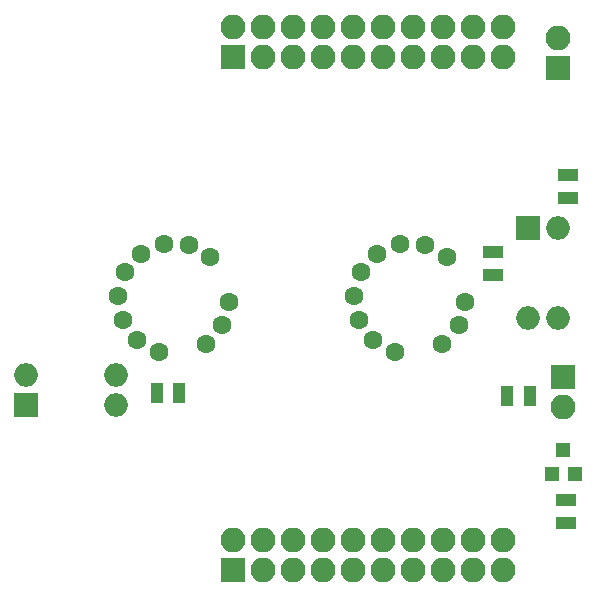
<source format=gbr>
G04 #@! TF.FileFunction,Soldermask,Bot*
%FSLAX46Y46*%
G04 Gerber Fmt 4.6, Leading zero omitted, Abs format (unit mm)*
G04 Created by KiCad (PCBNEW 4.0.4-stable) date 11/20/17 14:55:23*
%MOMM*%
%LPD*%
G01*
G04 APERTURE LIST*
%ADD10C,0.100000*%
%ADD11C,1.600000*%
%ADD12R,2.100000X2.100000*%
%ADD13O,2.100000X2.100000*%
%ADD14R,2.000000X2.000000*%
%ADD15O,2.000000X2.000000*%
%ADD16R,1.700000X1.100000*%
%ADD17R,1.100000X1.700000*%
%ADD18R,1.200000X1.300000*%
G04 APERTURE END LIST*
D10*
D11*
X127743540Y-103811495D03*
X129119561Y-102228502D03*
X129692750Y-100238739D03*
X128105455Y-96477224D03*
X126274476Y-95480021D03*
X124183854Y-95371404D03*
X122256460Y-96188505D03*
X120876966Y-97751802D03*
X120307250Y-99761261D03*
X120671911Y-101829357D03*
X121894545Y-103522776D03*
X123725524Y-104519979D03*
X107743540Y-103811495D03*
X109119561Y-102228502D03*
X109692750Y-100238739D03*
X108105455Y-96477224D03*
X106274476Y-95480021D03*
X104183854Y-95371404D03*
X102256460Y-96188505D03*
X100876966Y-97751802D03*
X100307250Y-99761261D03*
X100671911Y-101829357D03*
X101894545Y-103522776D03*
X103725524Y-104519979D03*
D12*
X138000000Y-106600000D03*
D13*
X138000000Y-109140000D03*
D14*
X135000000Y-94000000D03*
D15*
X137540000Y-101620000D03*
X137540000Y-94000000D03*
X135000000Y-101620000D03*
D12*
X110000000Y-123000000D03*
D13*
X110000000Y-120460000D03*
X112540000Y-123000000D03*
X112540000Y-120460000D03*
X115080000Y-123000000D03*
X115080000Y-120460000D03*
X117620000Y-123000000D03*
X117620000Y-120460000D03*
X120160000Y-123000000D03*
X120160000Y-120460000D03*
X122700000Y-123000000D03*
X122700000Y-120460000D03*
X125240000Y-123000000D03*
X125240000Y-120460000D03*
X127780000Y-123000000D03*
X127780000Y-120460000D03*
X130320000Y-123000000D03*
X130320000Y-120460000D03*
X132860000Y-123000000D03*
X132860000Y-120460000D03*
D12*
X110000000Y-79500000D03*
D13*
X110000000Y-76960000D03*
X112540000Y-79500000D03*
X112540000Y-76960000D03*
X115080000Y-79500000D03*
X115080000Y-76960000D03*
X117620000Y-79500000D03*
X117620000Y-76960000D03*
X120160000Y-79500000D03*
X120160000Y-76960000D03*
X122700000Y-79500000D03*
X122700000Y-76960000D03*
X125240000Y-79500000D03*
X125240000Y-76960000D03*
X127780000Y-79500000D03*
X127780000Y-76960000D03*
X130320000Y-79500000D03*
X130320000Y-76960000D03*
X132860000Y-79500000D03*
X132860000Y-76960000D03*
D14*
X92500000Y-109000000D03*
D15*
X100120000Y-106460000D03*
X92500000Y-106460000D03*
X100120000Y-109000000D03*
D16*
X138400000Y-91450000D03*
X138400000Y-89550000D03*
D17*
X103550000Y-108000000D03*
X105450000Y-108000000D03*
D16*
X132000000Y-97950000D03*
X132000000Y-96050000D03*
D18*
X138950000Y-114800000D03*
X137050000Y-114800000D03*
X138000000Y-112800000D03*
D16*
X138200000Y-117050000D03*
X138200000Y-118950000D03*
D17*
X135150000Y-108200000D03*
X133250000Y-108200000D03*
D12*
X137500000Y-80500000D03*
D13*
X137500000Y-77960000D03*
M02*

</source>
